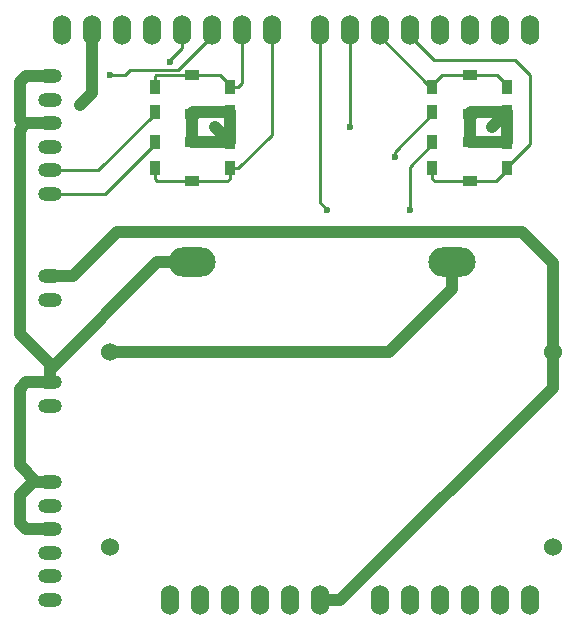
<source format=gtl>
G04 #@! TF.FileFunction,Copper,L1,Top,Signal*
%FSLAX46Y46*%
G04 Gerber Fmt 4.6, Leading zero omitted, Abs format (unit mm)*
G04 Created by KiCad (PCBNEW 4.0.1-stable) date Friday, 06 May 2016 'pmt' 19:48:24*
%MOMM*%
G01*
G04 APERTURE LIST*
%ADD10C,0.100000*%
%ADD11O,1.524000X2.540000*%
%ADD12R,1.220000X0.910000*%
%ADD13O,4.000500X2.499360*%
%ADD14O,2.000000X1.200000*%
%ADD15R,0.900000X1.200000*%
%ADD16C,1.524000*%
%ADD17C,1.000000*%
%ADD18C,0.600000*%
%ADD19C,0.250000*%
%ADD20C,1.000000*%
G04 APERTURE END LIST*
D10*
D11*
X209550000Y-159385000D03*
X207010000Y-159385000D03*
X204470000Y-159385000D03*
X196850000Y-159385000D03*
X199390000Y-159385000D03*
X201930000Y-159385000D03*
X191770000Y-159385000D03*
X189230000Y-159385000D03*
X186690000Y-159385000D03*
X181610000Y-159385000D03*
X179070000Y-159385000D03*
X209550000Y-111125000D03*
X207010000Y-111125000D03*
X204470000Y-111125000D03*
X201930000Y-111125000D03*
X199390000Y-111125000D03*
X196850000Y-111125000D03*
X194310000Y-111125000D03*
X191770000Y-111125000D03*
X187706000Y-111125000D03*
X185166000Y-111125000D03*
X182626000Y-111125000D03*
X180086000Y-111125000D03*
X177546000Y-111125000D03*
X175006000Y-111125000D03*
X172466000Y-111125000D03*
X169926000Y-111125000D03*
X184150000Y-159385000D03*
D12*
X180975000Y-114935000D03*
X180975000Y-118205000D03*
X180975000Y-123920000D03*
X180975000Y-120650000D03*
X204470000Y-114935000D03*
X204470000Y-118205000D03*
X204470000Y-123920000D03*
X204470000Y-120650000D03*
D13*
X202976480Y-130810000D03*
X180975000Y-130810000D03*
D14*
X168910000Y-140970000D03*
X168910000Y-142970000D03*
X168910000Y-131985000D03*
X168910000Y-133985000D03*
X168910000Y-115015000D03*
X168910000Y-117015000D03*
X168910000Y-119015000D03*
X168910000Y-121015000D03*
X168910000Y-123015000D03*
X168910000Y-125015000D03*
X168910000Y-149385000D03*
X168910000Y-151385000D03*
X168910000Y-153385000D03*
X168910000Y-155385000D03*
X168910000Y-157385000D03*
X168910000Y-159385000D03*
D15*
X184150000Y-115910000D03*
X184150000Y-118110000D03*
X184150000Y-122850000D03*
X184150000Y-120650000D03*
X207645000Y-115910000D03*
X207645000Y-118110000D03*
X207645000Y-122850000D03*
X207645000Y-120650000D03*
X177800000Y-118110000D03*
X177800000Y-115910000D03*
X177800000Y-120650000D03*
X177800000Y-122850000D03*
X201295000Y-118110000D03*
X201295000Y-115910000D03*
X201295000Y-120650000D03*
X201295000Y-122850000D03*
D16*
X173990000Y-138430000D03*
X211490000Y-138430000D03*
X211490000Y-154930000D03*
X173990000Y-154930000D03*
D17*
X182880000Y-119380000D03*
D18*
X206375000Y-119380000D03*
D17*
X171450000Y-117475000D03*
D18*
X198120000Y-121920000D03*
X199390000Y-126365000D03*
X194310000Y-119380000D03*
X192405000Y-126365000D03*
X173990000Y-114935000D03*
X179070000Y-113859980D03*
D19*
X177800000Y-115910000D02*
X177800000Y-115060000D01*
X177800000Y-115060000D02*
X177925000Y-114935000D01*
X177925000Y-114935000D02*
X180115000Y-114935000D01*
X180115000Y-114935000D02*
X180975000Y-114935000D01*
X184150000Y-115910000D02*
X184150000Y-115760000D01*
X184150000Y-115760000D02*
X183325000Y-114935000D01*
X183325000Y-114935000D02*
X181835000Y-114935000D01*
X181835000Y-114935000D02*
X180975000Y-114935000D01*
X185166000Y-111125000D02*
X185166000Y-115594000D01*
X184850000Y-115910000D02*
X184150000Y-115910000D01*
X185166000Y-115594000D02*
X184850000Y-115910000D01*
X185166000Y-112645000D02*
X185166000Y-111125000D01*
X180805000Y-115105000D02*
X180975000Y-114935000D01*
D20*
X184150000Y-120650000D02*
X182880000Y-119380000D01*
X184150000Y-118110000D02*
X184150000Y-120650000D01*
X180975000Y-120650000D02*
X184150000Y-120650000D01*
X180975000Y-118205000D02*
X180975000Y-120650000D01*
X184150000Y-118110000D02*
X181070000Y-118110000D01*
X181070000Y-118110000D02*
X180975000Y-118205000D01*
X207645000Y-118110000D02*
X206375000Y-119380000D01*
X207645000Y-120650000D02*
X207645000Y-118110000D01*
X204470000Y-120650000D02*
X207645000Y-120650000D01*
X204470000Y-118205000D02*
X204470000Y-120650000D01*
X207645000Y-118110000D02*
X204565000Y-118110000D01*
X204565000Y-118110000D02*
X204470000Y-118205000D01*
X172466000Y-111125000D02*
X172466000Y-116459000D01*
X172466000Y-116459000D02*
X171450000Y-117475000D01*
D19*
X177800000Y-122850000D02*
X177800000Y-123700000D01*
X177800000Y-123700000D02*
X178020000Y-123920000D01*
X178020000Y-123920000D02*
X180115000Y-123920000D01*
X180115000Y-123920000D02*
X180975000Y-123920000D01*
X184150000Y-122850000D02*
X184150000Y-123700000D01*
X184150000Y-123700000D02*
X183930000Y-123920000D01*
X183930000Y-123920000D02*
X181835000Y-123920000D01*
X181835000Y-123920000D02*
X180975000Y-123920000D01*
X187706000Y-111125000D02*
X187706000Y-119994000D01*
X187706000Y-119994000D02*
X184850000Y-122850000D01*
X184850000Y-122850000D02*
X184150000Y-122850000D01*
X204470000Y-114935000D02*
X206820000Y-114935000D01*
X206820000Y-114935000D02*
X207645000Y-115760000D01*
X207645000Y-115760000D02*
X207645000Y-115910000D01*
X204470000Y-114935000D02*
X202120000Y-114935000D01*
X202120000Y-114935000D02*
X201295000Y-115760000D01*
X201295000Y-115760000D02*
X201295000Y-115910000D01*
X196850000Y-111125000D02*
X196850000Y-111633000D01*
X196850000Y-111633000D02*
X201127000Y-115910000D01*
X201127000Y-115910000D02*
X201295000Y-115910000D01*
X201295000Y-122850000D02*
X201295000Y-123700000D01*
X201295000Y-123700000D02*
X201515000Y-123920000D01*
X201515000Y-123920000D02*
X203610000Y-123920000D01*
X203610000Y-123920000D02*
X204470000Y-123920000D01*
X207645000Y-122850000D02*
X207645000Y-123000000D01*
X207645000Y-123000000D02*
X206725000Y-123920000D01*
X206725000Y-123920000D02*
X205330000Y-123920000D01*
X205330000Y-123920000D02*
X204470000Y-123920000D01*
X209550000Y-114935000D02*
X209550000Y-120795000D01*
X209550000Y-120795000D02*
X207645000Y-122700000D01*
X207645000Y-122700000D02*
X207645000Y-122850000D01*
X208280000Y-113665000D02*
X209550000Y-114935000D01*
X201422000Y-113665000D02*
X208280000Y-113665000D01*
X199390000Y-111125000D02*
X199390000Y-111633000D01*
X199390000Y-111633000D02*
X201422000Y-113665000D01*
D20*
X166910000Y-119015000D02*
X166640000Y-119015000D01*
X166370000Y-115555000D02*
X166910000Y-115015000D01*
X166640000Y-119015000D02*
X166370000Y-118745000D01*
X166370000Y-118745000D02*
X166370000Y-115555000D01*
X166910000Y-115015000D02*
X168910000Y-115015000D01*
X168910000Y-119015000D02*
X166910000Y-119015000D01*
X166370000Y-136830000D02*
X168910000Y-139370000D01*
X166910000Y-119015000D02*
X166370000Y-119555000D01*
X166370000Y-119555000D02*
X166370000Y-136830000D01*
X168910000Y-139370000D02*
X168910000Y-140970000D01*
X166370000Y-150495000D02*
X166370000Y-152845000D01*
X166370000Y-152845000D02*
X166910000Y-153385000D01*
X166910000Y-153385000D02*
X168910000Y-153385000D01*
X167480000Y-149385000D02*
X166370000Y-150495000D01*
X168910000Y-149385000D02*
X167480000Y-149385000D01*
X168910000Y-140970000D02*
X166910000Y-140970000D01*
X166910000Y-140970000D02*
X166370000Y-141510000D01*
X166370000Y-141510000D02*
X166370000Y-147955000D01*
X166370000Y-147955000D02*
X167800000Y-149385000D01*
X167800000Y-149385000D02*
X168910000Y-149385000D01*
X168510000Y-115015000D02*
X168910000Y-115015000D01*
X180975000Y-130810000D02*
X177974750Y-130810000D01*
X177974750Y-130810000D02*
X168910000Y-139874750D01*
X168910000Y-139874750D02*
X168910000Y-140970000D01*
X211490000Y-138430000D02*
X211490000Y-141427000D01*
X211490000Y-141427000D02*
X193532000Y-159385000D01*
X193532000Y-159385000D02*
X191770000Y-159385000D01*
X211490000Y-138430000D02*
X211490000Y-130845000D01*
X211490000Y-130845000D02*
X208915000Y-128270000D01*
X208915000Y-128270000D02*
X174625000Y-128270000D01*
X174625000Y-128270000D02*
X170910000Y-131985000D01*
X170910000Y-131985000D02*
X168910000Y-131985000D01*
D19*
X168910000Y-123015000D02*
X173045000Y-123015000D01*
X173045000Y-123015000D02*
X177800000Y-118260000D01*
X177800000Y-118260000D02*
X177800000Y-118110000D01*
X168910000Y-125015000D02*
X173585000Y-125015000D01*
X173585000Y-125015000D02*
X177800000Y-120800000D01*
X177800000Y-120800000D02*
X177800000Y-120650000D01*
X201295000Y-118110000D02*
X201295000Y-118260000D01*
X201295000Y-118260000D02*
X198120000Y-121435000D01*
X198120000Y-121435000D02*
X198120000Y-121920000D01*
X201295000Y-120650000D02*
X201295000Y-120800000D01*
X201295000Y-120800000D02*
X199390000Y-122705000D01*
X199390000Y-122705000D02*
X199390000Y-123119998D01*
X199390000Y-123119998D02*
X199390000Y-126365000D01*
X194310000Y-114300000D02*
X194310000Y-119380000D01*
X194310000Y-111125000D02*
X194310000Y-114300000D01*
X191770000Y-111125000D02*
X191770000Y-125730000D01*
X191770000Y-125730000D02*
X192405000Y-126365000D01*
X175710010Y-114484990D02*
X175260000Y-114935000D01*
X175260000Y-114935000D02*
X173990000Y-114935000D01*
X182626000Y-111125000D02*
X182626000Y-111633000D01*
X182626000Y-111633000D02*
X179774010Y-114484990D01*
X179774010Y-114484990D02*
X175710010Y-114484990D01*
X180086000Y-112649000D02*
X179070000Y-113665000D01*
X179070000Y-113665000D02*
X179070000Y-113859980D01*
X180086000Y-111125000D02*
X180086000Y-112649000D01*
X180086000Y-111125000D02*
X180086000Y-111633000D01*
D20*
X202976480Y-130810000D02*
X202976480Y-133059680D01*
X202976480Y-133059680D02*
X197606160Y-138430000D01*
X197606160Y-138430000D02*
X175067630Y-138430000D01*
X175067630Y-138430000D02*
X173990000Y-138430000D01*
M02*

</source>
